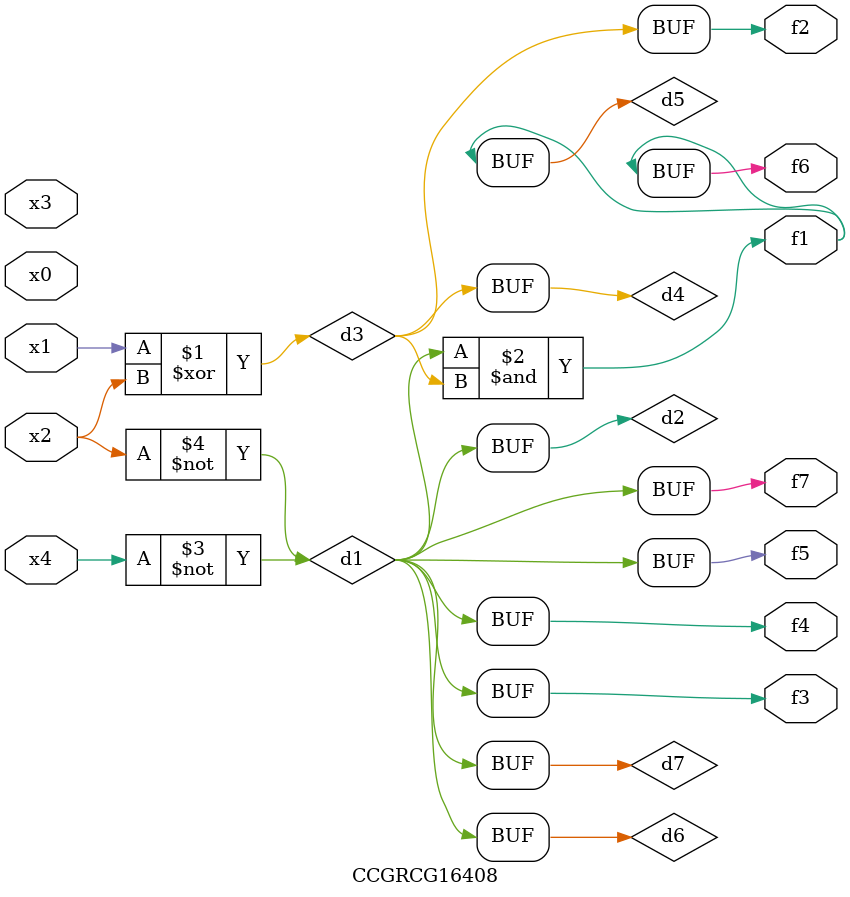
<source format=v>
module CCGRCG16408(
	input x0, x1, x2, x3, x4,
	output f1, f2, f3, f4, f5, f6, f7
);

	wire d1, d2, d3, d4, d5, d6, d7;

	not (d1, x4);
	not (d2, x2);
	xor (d3, x1, x2);
	buf (d4, d3);
	and (d5, d1, d3);
	buf (d6, d1, d2);
	buf (d7, d2);
	assign f1 = d5;
	assign f2 = d4;
	assign f3 = d7;
	assign f4 = d7;
	assign f5 = d7;
	assign f6 = d5;
	assign f7 = d7;
endmodule

</source>
